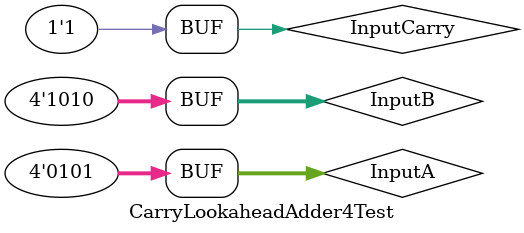
<source format=v>
`timescale 1ns / 1ps


module CarryLookaheadAdder4Test;

	// Inputs
	reg [3:0] InputA;
	reg [3:0] InputB;
	reg InputCarry;

	// Outputs
	wire [3:0] Output;
	wire OutputCarry;
	wire OutputGroupPropagation;
	wire OutputGroupGeneration;

	// Instantiate the Unit Under Test (UUT)
	CarryLookaheadAdder4 uut (
		.InputA(InputA), 
		.InputB(InputB), 
		.InputCarry(InputCarry), 
		.Output(Output), 
		.OutputCarry(OutputCarry), 
		.OutputGroupPropagation(OutputGroupPropagation), 
		.OutputGroupGeneration(OutputGroupGeneration)
	);

	initial begin
		// Initialize Inputs
		InputA = 0;
		InputB = 0;
		InputCarry = 0;

		// Wait 100 ns for global reset to finish
		#100;
        
		// Add stimulus here
		// Border condition
		InputA = 4'b0000; InputB = 4'b0000; InputCarry = 0; #10;
		InputA = 4'b0001; InputB = 4'b0000; InputCarry = 0; #10;
		InputA = 4'b0000; InputB = 4'b0001; InputCarry = 0; #10;
		InputA = 4'b0000; InputB = 4'b0000; InputCarry = 1; #10;
		
		InputA = 4'b1111; InputB = 4'b1111; InputCarry = 1; #10;
		InputA = 4'b1110; InputB = 4'b1111; InputCarry = 1; #10;
		InputA = 4'b1111; InputB = 4'b1110; InputCarry = 1; #10;
		InputA = 4'b1111; InputB = 4'b1111; InputCarry = 0; #10;
		
		// Random condition
		InputA = 4'b1010; InputB = 4'b0101; InputCarry = 0; #10;
		InputA = 4'b0101; InputB = 4'b1010; InputCarry = 0; #10;
		InputA = 4'b1010; InputB = 4'b0101; InputCarry = 1; #10;
		InputA = 4'b0101; InputB = 4'b1010; InputCarry = 1; #10;


	end
      
endmodule


</source>
